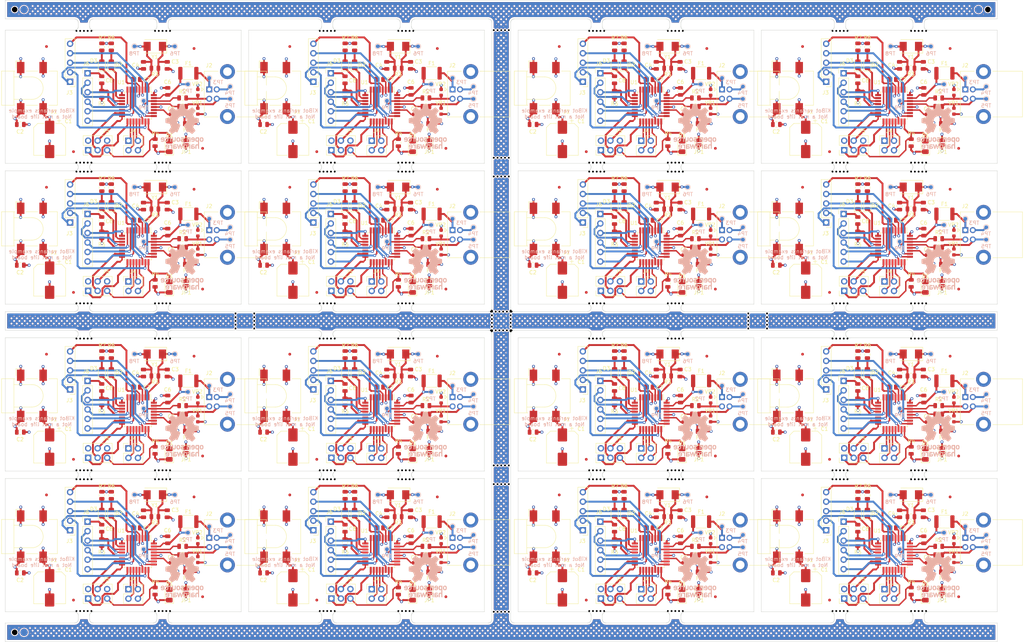
<source format=kicad_pcb>
(kicad_pcb
	(version 20240108)
	(generator "pcbnew")
	(generator_version "8.0")
	(general
		(thickness 1.6)
		(legacy_teardrops no)
	)
	(paper "A0")
	(title_block
		(title "Arduino UNO programmer (Panel)")
		(date "${date}")
		(rev "${git_hash}")
		(company "Instituto Nacional de Tecnología Industrial")
		(comment 4 "An example of KiBot variants")
	)
	(layers
		(0 "F.Cu" signal)
		(1 "In1.Cu" signal "GND.Cu")
		(2 "In2.Cu" signal "Power.Cu")
		(31 "B.Cu" signal)
		(32 "B.Adhes" user "B.Adhesive")
		(33 "F.Adhes" user "F.Adhesive")
		(34 "B.Paste" user)
		(35 "F.Paste" user)
		(36 "B.SilkS" user "B.Silkscreen")
		(37 "F.SilkS" user "F.Silkscreen")
		(38 "B.Mask" user)
		(39 "F.Mask" user)
		(40 "Dwgs.User" user "User.Drawings")
		(41 "Cmts.User" user "User.Comments")
		(42 "Eco1.User" user "User.Eco1")
		(43 "Eco2.User" user "User.Eco2")
		(44 "Edge.Cuts" user)
		(45 "Margin" user)
		(46 "B.CrtYd" user "B.Courtyard")
		(47 "F.CrtYd" user "F.Courtyard")
		(48 "B.Fab" user)
		(49 "F.Fab" user)
	)
	(setup
		(pad_to_mask_clearance 0.05)
		(allow_soldermask_bridges_in_footprints no)
		(aux_axis_origin 466.5 20)
		(grid_origin 466.5 20)
		(pcbplotparams
			(layerselection 0x00010fc_ffffffff)
			(plot_on_all_layers_selection 0x0000000_00000000)
			(disableapertmacros no)
			(usegerberextensions no)
			(usegerberattributes yes)
			(usegerberadvancedattributes yes)
			(creategerberjobfile yes)
			(dashed_line_dash_ratio 12.000000)
			(dashed_line_gap_ratio 3.000000)
			(svgprecision 4)
			(plotframeref no)
			(viasonmask no)
			(mode 1)
			(useauxorigin no)
			(hpglpennumber 1)
			(hpglpenspeed 20)
			(hpglpendiameter 15.000000)
			(pdf_front_fp_property_popups yes)
			(pdf_back_fp_property_popups yes)
			(dxfpolygonmode yes)
			(dxfimperialunits yes)
			(dxfusepcbnewfont yes)
			(psnegative no)
			(psa4output no)
			(plotreference yes)
			(plotvalue yes)
			(plotfptext yes)
			(plotinvisibletext no)
			(sketchpadsonfab no)
			(subtractmaskfromsilk no)
			(outputformat 1)
			(mirror no)
			(drillshape 1)
			(scaleselection 1)
			(outputdirectory "")
		)
	)
	(property "date" "Today")
	(property "git_hash" "WIP")
	(net 0 "")
	(net 1 "Board_0-+5V")
	(net 2 "Board_0-/DTR")
	(net 3 "Board_0-/MISO2")
	(net 4 "Board_0-/MOSI2")
	(net 5 "Board_0-/RESET2")
	(net 6 "Board_0-/RXLED")
	(net 7 "Board_0-/SCK2")
	(net 8 "Board_0-/TXLED")
	(net 9 "Board_0-Earth")
	(net 10 "Board_0-GND")
	(net 11 "Board_0-Net-(D2-A)")
	(net 12 "Board_0-Net-(D3-A)")
	(net 13 "Board_0-Net-(J2-D+)")
	(net 14 "Board_0-Net-(J2-D-)")
	(net 15 "Board_0-Net-(J2-Shield)")
	(net 16 "Board_0-Net-(J2-VBUS)")
	(net 17 "Board_0-Net-(J3-Pin_1)")
	(net 18 "Board_0-Net-(J3-Pin_2)")
	(net 19 "Board_0-Net-(J3-Pin_3)")
	(net 20 "Board_0-Net-(J3-Pin_4)")
	(net 21 "Board_0-Net-(J3-Pin_5)")
	(net 22 "Board_0-Net-(J4-Pin_1)")
	(net 23 "Board_0-Net-(J4-Pin_2)")
	(net 24 "Board_0-Net-(J4-Pin_3)")
	(net 25 "Board_0-Net-(J4-Pin_4)")
	(net 26 "Board_0-Net-(J6-Pin_1)")
	(net 27 "Board_0-Net-(J6-Pin_2)")
	(net 28 "Board_0-Net-(J6-Pin_3)")
	(net 29 "Board_0-Net-(J6-Pin_4)")
	(net 30 "Board_0-Net-(J6-Pin_5)")
	(net 31 "Board_0-Net-(J6-Pin_6)")
	(net 32 "Board_0-Net-(U1-D+)")
	(net 33 "Board_0-Net-(U1-D-)")
	(net 34 "Board_0-Net-(U1-PC0{slash}XTAL2)")
	(net 35 "Board_0-Net-(U1-UCAP)")
	(net 36 "Board_0-Net-(U1-XTAL1)")
	(net 37 "Board_0-VBUS")
	(net 38 "Board_0-unconnected-(U1-PB0-Pad14)")
	(net 39 "Board_1-+5V")
	(net 40 "Board_1-/DTR")
	(net 41 "Board_1-/MISO2")
	(net 42 "Board_1-/MOSI2")
	(net 43 "Board_1-/RESET2")
	(net 44 "Board_1-/RXLED")
	(net 45 "Board_1-/SCK2")
	(net 46 "Board_1-/TXLED")
	(net 47 "Board_1-Earth")
	(net 48 "Board_1-GND")
	(net 49 "Board_1-Net-(D2-A)")
	(net 50 "Board_1-Net-(D3-A)")
	(net 51 "Board_1-Net-(J2-D+)")
	(net 52 "Board_1-Net-(J2-D-)")
	(net 53 "Board_1-Net-(J2-Shield)")
	(net 54 "Board_1-Net-(J2-VBUS)")
	(net 55 "Board_1-Net-(J3-Pin_1)")
	(net 56 "Board_1-Net-(J3-Pin_2)")
	(net 57 "Board_1-Net-(J3-Pin_3)")
	(net 58 "Board_1-Net-(J3-Pin_4)")
	(net 59 "Board_1-Net-(J3-Pin_5)")
	(net 60 "Board_1-Net-(J4-Pin_1)")
	(net 61 "Board_1-Net-(J4-Pin_2)")
	(net 62 "Board_1-Net-(J4-Pin_3)")
	(net 63 "Board_1-Net-(J4-Pin_4)")
	(net 64 "Board_1-Net-(J6-Pin_1)")
	(net 65 "Board_1-Net-(J6-Pin_2)")
	(net 66 "Board_1-Net-(J6-Pin_3)")
	(net 67 "Board_1-Net-(J6-Pin_4)")
	(net 68 "Board_1-Net-(J6-Pin_5)")
	(net 69 "Board_1-Net-(J6-Pin_6)")
	(net 70 "Board_1-Net-(U1-D+)")
	(net 71 "Board_1-Net-(U1-D-)")
	(net 72 "Board_1-Net-(U1-PC0{slash}XTAL2)")
	(net 73 "Board_1-Net-(U1-UCAP)")
	(net 74 "Board_1-Net-(U1-XTAL1)")
	(net 75 "Board_1-VBUS")
	(net 76 "Board_1-unconnected-(U1-PB0-Pad14)")
	(net 77 "Board_2-+5V")
	(net 78 "Board_2-/DTR")
	(net 79 "Board_2-/MISO2")
	(net 80 "Board_2-/MOSI2")
	(net 81 "Board_2-/RESET2")
	(net 82 "Board_2-/RXLED")
	(net 83 "Board_2-/SCK2")
	(net 84 "Board_2-/TXLED")
	(net 85 "Board_2-Earth")
	(net 86 "Board_2-GND")
	(net 87 "Board_2-Net-(D2-A)")
	(net 88 "Board_2-Net-(D3-A)")
	(net 89 "Board_2-Net-(J2-D+)")
	(net 90 "Board_2-Net-(J2-D-)")
	(net 91 "Board_2-Net-(J2-Shield)")
	(net 92 "Board_2-Net-(J2-VBUS)")
	(net 93 "Board_2-Net-(J3-Pin_1)")
	(net 94 "Board_2-Net-(J3-Pin_2)")
	(net 95 "Board_2-Net-(J3-Pin_3)")
	(net 96 "Board_2-Net-(J3-Pin_4)")
	(net 97 "Board_2-Net-(J3-Pin_5)")
	(net 98 "Board_2-Net-(J4-Pin_1)")
	(net 99 "Board_2-Net-(J4-Pin_2)")
	(net 100 "Board_2-Net-(J4-Pin_3)")
	(net 101 "Board_2-Net-(J4-Pin_4)")
	(net 102 "Board_2-Net-(J6-Pin_1)")
	(net 103 "Board_2-Net-(J6-Pin_2)")
	(net 104 "Board_2-Net-(J6-Pin_3)")
	(net 105 "Board_2-Net-(J6-Pin_4)")
	(net 106 "Board_2-Net-(J6-Pin_5)")
	(net 107 "Board_2-Net-(J6-Pin_6)")
	(net 108 "Board_2-Net-(U1-D+)")
	(net 109 "Board_2-Net-(U1-D-)")
	(net 110 "Board_2-Net-(U1-PC0{slash}XTAL2)")
	(net 111 "Board_2-Net-(U1-UCAP)")
	(net 112 "Board_2-Net-(U1-XTAL1)")
	(net 113 "Board_2-VBUS")
	(net 114 "Board_2-unconnected-(U1-PB0-Pad14)")
	(net 115 "Board_3-+5V")
	(net 116 "Board_3-/DTR")
	(net 117 "Board_3-/MISO2")
	(net 118 "Board_3-/MOSI2")
	(net 119 "Board_3-/RESET2")
	(net 120 "Board_3-/RXLED")
	(net 121 "Board_3-/SCK2")
	(net 122 "Board_3-/TXLED")
	(net 123 "Board_3-Earth")
	(net 124 "Board_3-GND")
	(net 125 "Board_3-Net-(D2-A)")
	(net 126 "Board_3-Net-(D3-A)")
	(net 127 "Board_3-Net-(J2-D+)")
	(net 128 "Board_3-Net-(J2-D-)")
	(net 129 "Board_3-Net-(J2-Shield)")
	(net 130 "Board_3-Net-(J2-VBUS)")
	(net 131 "Board_3-Net-(J3-Pin_1)")
	(net 132 "Board_3-Net-(J3-Pin_2)")
	(net 133 "Board_3-Net-(J3-Pin_3)")
	(net 134 "Board_3-Net-(J3-Pin_4)")
	(net 135 "Board_3-Net-(J3-Pin_5)")
	(net 136 "Board_3-Net-(J4-Pin_1)")
	(net 137 "Board_3-Net-(J4-Pin_2)")
	(net 138 "Board_3-Net-(J4-Pin_3)")
	(net 139 "Board_3-Net-(J4-Pin_4)")
	(net 140 "Board_3-Net-(J6-Pin_1)")
	(net 141 "Board_3-Net-(J6-Pin_2)")
	(net 142 "Board_3-Net-(J6-Pin_3)")
	(net 143 "Board_3-Net-(J6-Pin_4)")
	(net 144 "Board_3-Net-(J6-Pin_5)")
	(net 145 "Board_3-Net-(J6-Pin_6)")
	(net 146 "Board_3-Net-(U1-D+)")
	(net 147 "Board_3-Net-(U1-D-)")
	(net 148 "Board_3-Net-(U1-PC0{slash}XTAL2)")
	(net 149 "Board_3-Net-(U1-UCAP)")
	(net 150 "Board_3-Net-(U1-XTAL1)")
	(net 151 "Board_3-VBUS")
	(net 152 "Board_3-unconnected-(U1-PB0-Pad14)")
	(net 153 "Board_4-+5V")
	(net 154 "Board_4-/DTR")
	(net 155 "Board_4-/MISO2")
	(net 156 "Board_4-/MOSI2")
	(net 157 "Board_4-/RESET2")
	(net 158 "Board_4-/RXLED")
	(net 159 "Board_4-/SCK2")
	(net 160 "Board_4-/TXLED")
	(net 161 "Board_4-Earth")
	(net 162 "Board_4-GND")
	(net 163 "Board_4-Net-(D2-A)")
	(net 164 "Board_4-Net-(D3-A)")
	(net 165 "Board_4-Net-(J2-D+)")
	(net 166 "Board_4-Net-(J2-D-)")
	(net 167 "Board_4-Net-(J2-Shield)")
	(net 168 "Board_4-Net-(J2-VBUS)")
	(net 169 "Board_4-Net-(J3-Pin_1)")
	(net 170 "Board_4-Net-(J3-Pin_2)")
	(net 171 "Board_4-Net-(J3-Pin_3)")
	(net 172 "Board_4-Net-(J3-Pin_4)")
	(net 173 "Board_4-Net-(J3-Pin_5)")
	(net 174 "Board_4-Net-(J4-Pin_1)")
	(net 175 "Board_4-Net-(J4-Pin_2)")
	(net 176 "Board_4-Net-(J4-Pin_3)")
	(net 177 "Board_4-Net-(J4-Pin_4)")
	(net 178 "Board_4-Net-(J6-Pin_1)")
	(net 179 "Board_4-Net-(J6-Pin_2)")
	(net 180 "Board_4-Net-(J6-Pin_3)")
	(net 181 "Board_4-Net-(J6-Pin_4)")
	(net 182 "Board_4-Net-(J6-Pin_5)")
	(net 183 "Board_4-Net-(J6-Pin_6)")
	(net 184 "Board_4-Net-(U1-D+)")
	(net 185 "Board_4-Net-(U1-D-)")
	(net 186 "Board_4-Net-(U1-PC0{slash}XTAL2)")
	(net 187 "Board_4-Net-(U1-UCAP)")
	(net 188 "Board_4-Net-(U1-XTAL1)")
	(net 189 "Board_4-VBUS")
	(net 190 "Board_4-unconnected-(U1-PB0-Pad14)")
	(net 191 "Board_5-+5V")
	(net 192 "Board_5-/DTR")
	(net 193 "Board_5-/MISO2")
	(net 194 "Board_5-/MOSI2")
	(net 195 "Board_5-/RESET2")
	(net 196 "Board_5-/RXLED")
	(net 197 "Board_5-/SCK2")
	(net 198 "Board_5-/TXLED")
	(net 199 "Board_5-Earth")
	(net 200 "Board_5-GND")
	(net 201 "Board_5-Net-(D2-A)")
	(net 202 "Board_5-Net-(D3-A)")
	(net 203 "Board_5-Net-(J2-D+)")
	(net 204 "Board_5-Net-(J2-D-)")
	(net 205 "Board_5-Net-(J2-Shield)")
	(net 206 "Board_5-Net-(J2-VBUS)")
	(net 207 "Board_5-Net-(J3-Pin_1)")
	(net 208 "Board_5-Net-(J3-Pin_2)")
	(net 209 "Board_5-Net-(J3-Pin_3)")
	(net 210 "Board_5-Net-(J3-Pin_4)")
	(net 211 "Board_5-Net-(J3-Pin_5)")
	(net 212 "Board_5-Net-(J4-Pin_1)")
	(net 213 "Board_5-Net-(J4-Pin_2)")
	(net 214 "Board_5-Net-(J4-Pin_3)")
	(net 215 "Board_5-Net-(J4-Pin_4)")
	(net 216 "Board_5-Net-(J6-Pin_1)")
	(net 217 "Board_5-Net-(J6-Pin_2)")
	(net 218 "Board_5-Net-(J6-Pin_3)")
	(net 219 "Board_5-Net-(J6-Pin_4)")
	(net 220 "Board_5-Net-(J6-Pin_5)")
	(net 221 "Board_5-Net-(J6-Pin_6)")
	(net 222 "Board_5-Net-(U1-D+)")
	(net 223 "Board_5-Net-(U1-D-)")
	(net 224 "Board_5-Net-(U1-PC0{slash}XTAL2)")
	(net 225 "Board_5-Net-(U1-UCAP)")
	(net 226 "Board_5-Net-(U1-XTAL1)")
	(net 227 "Board_5-VBUS")
	(net 228 "Board_5-unconnected-(U1-PB0-Pad14)")
	(net 229 "Board_6-+5V")
	(net 230 "Board_6-/DTR")
	(net 231 "Board_6-/MISO2")
	(net 232 "Board_6-/MOSI2")
	(net 233 "Board_6-/RESET2")
	(net 234 "Board_6-/RXLED")
	(net 235 "Board_6-/SCK2")
	(net 236 "Board_6-/TXLED")
	(net 237 "Board_6-Earth")
	(net 238 "Board_6-GND")
	(net 239 "Board_6-Net-(D2-A)")
	(net 240 "Board_6-Net-(D3-A)")
	(net 241 "Board_6-Net-(J2-D+)")
	(net 242 "Board_6-Net-(J2-D-)")
	(net 243 "Board_6-Net-(J2-Shield)")
	(net 244 "Board_6-Net-(J2-VBUS)")
	(net 245 "Board_6-Net-(J3-Pin_1)")
	(net 246 "Board_6-Net-(J3-Pin_2)")
	(net 247 "Board_6-Net-(J3-Pin_3)")
	(net 248 "Board_6-Net-(J3-Pin_4)")
	(net 249 "Board_6-Net-(J3-Pin_5)")
	(net 250 "Board_6-Net-(J4-Pin_1)")
	(net 251 "Board_6-Net-(J4-Pin_2)")
	(net 252 "Board_6-Net-(J4-Pin_3)")
	(net 253 "Board_6-Net-(J4-Pin_4)")
	(net 254 "Board_6-Net-(J6-Pin_1)")
	(net 255 "Board_6-Net-(J6-Pin_2)")
	(net 256 "Board_6-Net-(J6-Pin_3)")
	(net 257 "Board_6-Net-(J6-Pin_4)")
	(net 258 "Board_6-Net-(J6-Pin_5)")
	(net 259 "Board_6-Net-(J6-Pin_6)")
	(net 260 "Board_6-Net-(U1-D+)")
	(net 261 "Board_6-Net-(U1-D-)")
	(net 262 "Board_6-Net-(U1-PC0{slash}XTAL2)")
	(net 263 "Board_6-Net-(U1-UCAP)")
	(net 264 "Board_6-Net-(U1-XTAL1)")
	(net 265 "Board_6-VBUS")
	(net 266 "Board_6-unconnected-(U1-PB0-Pad14)")
	(net 267 "Board_7-+5V")
	(net 268 "Board_7-/DTR")
	(net 269 "Board_7-/MISO2")
	(net 270 "Board_7-/MOSI2")
	(net 271 "Board_7-/RESET2")
	(net 272 "Board_7-/RXLED")
	(net 273 "Board_7-/SCK2")
	(net 274 "Board_7-/TXLED")
	(net 275 "Board_7-Earth")
	(net 276 "Board_7-GND")
	(net 277 "Board_7-Net-(D2-A)")
	(net 278 "Board_7-Net-(D3-A)")
	(net 279 "Board_7-Net-(J2-D+)")
	(net 280 "Board_7-Net-(J2-D-)")
	(net 281 "Board_7-Net-(J2-Shield)")
	(net 282 "Board_7-Net-(J2-VBUS)")
	(net 283 "Board_7-Net-(J3-Pin_1)")
	(net 284 "Board_7-Net-(J3-Pin_2)")
	(net 285 "Board_7-Net-(J3-Pin_3)")
	(net 286 "Board_7-Net-(J3-Pin_4)")
	(net 287 "Board_7-Net-(J3-Pin_5)")
	(net 288 "Board_7-Net-(J4-Pin_1)")
	(net 289 "Board_7-Net-(J4-Pin_2)")
	(net 290 "Board_7-Net-(J4-Pin_3)")
	(net 291 "Board_7-Net-(J4-Pin_4)")
	(net 292 "Board_7-Net-(J6-Pin_1)")
	(net 293 "Board_7-Net-(J6-Pin_2)")
	(net 294 "Board_7-Net-(J6-Pin_3)")
	(net 295 "Board_7-Net-(J6-Pin_4)")
	(net 296 "Board_7-Net-(J6-Pin_5)")
	(net 297 "Board_7-Net-(J6-Pin_6)")
	(net 298 "Board_7-Net-(U1-D+)")
	(net 299 "Board_7-Net-(U1-D-)")
	(net 300 "Board_7-Net-(U1-PC0{slash}XTAL2)")
	(net 301 "Board_7-Net-(U1-UCAP)")
	(net 302 "Board_7-Net-(U1-XTAL1)")
	(net 303 "Board_7-VBUS")
	(net 304 "Board_7-unconnected-(U1-PB0-Pad14)")
	(net 305 "Board_8-+5V")
	(net 306 "Board_8-/DTR")
	(net 307 "Board_8-/MISO2")
	(net 308 "Board_8-/MOSI2")
	(net 309 "Board_8-/RESET2")
	(net 310 "Board_8-/RXLED")
	(net 311 "Board_8-/SCK2")
	(net 312 "Board_8-/TXLED")
	(net 313 "Board_8-Earth")
	(net 314 "Board_8-GND")
	(net 315 "Board_8-Net-(D2-A)")
	(net 316 "Board_8-Net-(D3-A)")
	(net 317 "Board_8-Net-(J2-D+)")
	(net 318 "Board_8-Net-(J2-D-)")
	(net 319 "Board_8-Net-(J2-Shield)")
	(net 320 "Board_8-Net-(J2-VBUS)")
	(net 321 "Board_8-Net-(J3-Pin_1)")
	(net 322 "Board_8-Net-(J3-Pin_2)")
	(net 323 "Board_8-Net-(J3-Pin_3)")
	(net 324 "Board_8-Net-(J3-Pin_4)")
	(net 325 "Board_8-Net-(J3-Pin_5)")
	(net 326 "Board_8-Net-(J4-Pin_1)")
	(net 327 "Board_8-Net-(J4-Pin_2)")
	(net 328 "Board_8-Net-(J4-Pin_3)")
	(net 329 "Board_8-Net-(J4-Pin_4)")
	(net 330 "Board_8-Net-(J6-Pin_1)")
	(net 331 "Board_8-Net-(J6-Pin_2)")
	(net 332 "Board_8-Net-(J6-Pin_3)")
	(net 333 "Board_8-Net-(J6-Pin_4)")
	(net 334 "Board_8-Net-(J6-Pin_5)")
	(net 335 "Board_8-Net-(J6-Pin_6)")
	(net 336 "Board_8-Net-(U1-D+)")
	(net 337 "Board_8-Net-(U1-D-)")
	(net 338 "Board_8-Net-(U1-PC0{slash}XTAL2)")
	(net 339 "Board_8-Net-(U1-UCAP)")
	(net 340 "Board_8-Net-(U1-XTAL1)")
	(net 341 "Board_8-VBUS")
	(net 342 "Board_8-unconnected-(U1-PB0-Pad14)")
	(net 343 "Board_9-+5V")
	(net 344 "Board_9-/DTR")
	(net 345 "Board_9-/MISO2")
	(net 346 "Board_9-/MOSI2")
	(net 347 "Board_9-/RESET2")
	(net 348 "Board_9-/RXLED")
	(net 349 "Board_9-/SCK2")
	(net 350 "Board_9-/TXLED")
	(net 351 "Board_9-Earth")
	(net 352 "Board_9-GND")
	(net 353 "Board_9-Net-(D2-A)")
	(net 354 "Board_9-Net-(D3-A)")
	(net 355 "Board_9-Net-(J2-D+)")
	(net 356 "Board_9-Net-(J2-D-)")
	(net 357 "Board_9-Net-(J2-Shield)")
	(net 358 "Board_9-Net-(J2-VBUS)")
	(net 359 "Board_9-Net-(J3-Pin_1)")
	(net 360 "Board_9-Net-(J3-Pin_2)")
	(net 361 "Board_9-Net-(J3-Pin_3)")
	(net 362 "Board_9-Net-(J3-Pin_4)")
	(net 363 "Board_9-Net-(J3-Pin_5)")
	(net 364 "Board_9-Net-(J4-Pin_1)")
	(net 365 "Board_9-Net-(J4-Pin_2)")
	(net 366 "Board_9-Net-(J4-Pin_3)")
	(net 367 "Board_9-Net-(J4-Pin_4)")
	(net 368 "Board_9-Net-(J6-Pin_1)")
	(net 369 "Board_9-Net-(J6-Pin_2)")
	(net 370 "Board_9-Net-(J6-Pin_3)")
	(net 371 "Board_9-Net-(J6-Pin_4)")
	(net 372 "Board_9-Net-(J6-Pin_5)")
	(net 373 "Board_9-Net-(J6-Pin_6)")
	(net 374 "Board_9-Net-(U1-D+)")
	(net 375 "Board_9-Net-(U1-D-)")
	(net 376 "Board_9-Net-(U1-PC0{slash}XTAL2)")
	(net 377 "Board_9-Net-(U1-UCAP)")
	(net 378 "Board_9-Net-(U1-XTAL1)")
	(net 379 "Board_9-VBUS")
	(net 380 "Board_9-unconnected-(U1-PB0-Pad14)")
	(net 381 "Board_10-+5V")
	(net 382 "Board_10-/DTR")
	(net 383 "Board_10-/MISO2")
	(net 384 "Board_10-/MOSI2")
	(net 385 "Board_10-/RESET2")
	(net 386 "Board_10-/RXLED")
	(net 387 "Board_10-/SCK2")
	(net 388 "Board_10-/TXLED")
	(net 389 "Board_10-Earth")
	(net 390 "Board_10-GND")
	(net 391 "Board_10-Net-(D2-A)")
	(net 392 "Board_10-Net-(D3-A)")
	(net 393 "Board_10-Net-(J2-D+)")
	(net 394 "Board_10-Net-(J2-D-)")
	(net 395 "Board_10-Net-(J2-Shield)")
	(net 396 "Board_10-Net-(J2-VBUS)")
	(net 397 "Board_10-Net-(J3-Pin_1)")
	(net 398 "Board_10-Net-(J3-Pin_2)")
	(net 399 "Board_10-Net-(J3-Pin_3)")
	(net 400 "Board_10-Net-(J3-Pin_4)")
	(net 401 "Board_10-Net-(J3-Pin_5)")
	(net 402 "Board_10-Net-(J4-Pin_1)")
	(net 403 "Board_10-Net-(J4-Pin_2)")
	(net 404 "Board_10-Net-(J4-Pin_3)")
	(net 405 "Board_10-Net-(J4-Pin_4)")
	(net 406 "Board_10-Net-(J6-Pin_1)")
	(net 407 "Board_10-Net-(J6-Pin_2)")
	(net 408 "Board_10-Net-(J6-Pin_3)")
	(net 409 "Board_10-Net-(J6-Pin_4)")
	(net 410 "Board_10-Net-(J6-Pin_5)")
	(net 411 "Board_10-Net-(J6-Pin_6)")
	(net 412 "Board_10-Net-(U1-D+)")
	(net 413 "Board_10-Net-(U1-D-)")
	(net 414 "Board_10-Net-(U1-PC0{slash}XTAL2)")
	(net 415 "Board_10-Net-(U1-UCAP)")
	(net 416 "Board_10-Net-(U1-XTAL1)")
	(net 417 "Board_10-VBUS")
	(net 418 "Board_10-unconnected-(U1-PB0-Pad14)")
	(net 419 "Board_11-+5V")
	(net 420 "Board_11-/DTR")
	(net 421 "Board_11-/MISO2")
	(net 422 "Board_11-/MOSI2")
	(net 423 "Board_11-/RESET2")
	(net 424 "Board_11-/RXLED")
	(net 425 "Board_11-/SCK2")
	(net 426 "Board_11-/TXLED")
	(net 427 "Board_11-Earth")
	(net 428 "Board_11-GND")
	(net 429 "Board_11-Net-(D2-A)")
	(net 430 "Board_11-Net-(D3-A)")
	(net 431 "Board_11-Net-(J2-D+)")
	(net 432 "Board_11-Net-(J2-D-)")
	(net 433 "Board_11-Net-(J2-Shield)")
	(net 434 "Board_11-Net-(J2-VBUS)")
	(net 435 "Board_11-Net-(J3-Pin_1)")
	(net 436 "Board_11-Net-(J3-Pin_2)")
	(net 437 "Board_11-Net-(J3-Pin_3)")
	(net 438 "Board_11-Net-(J3-Pin_4)")
	(net 439 "Board_11-Net-(J3-Pin_5)")
	(net 440 "Board_11-Net-(J4-Pin_1)")
	(net 441 "Board_11-Net-(J4-Pin_2)")
	(net 442 "Board_11-Net-(J4-Pin_3)")
	(net 443 "Board_11-Net-(J4-Pin_4)")
	(net 444 "Board_11-Net-(J6-Pin_1)")
	(net 445 "Board_11-Net-(J6-Pin_2)")
	(net 446 "Board_11-Net-(J6-Pin_3)")
	(net 447 "Board_11-Net-(J6-Pin_4)")
	(net 448 "Board_11-Net-(J6-Pin_5)")
	(net 449 "Board_11-Net-(J6-Pin_6)")
	(net 450 "Board_11-Net-(U1-D+)")
	(net 451 "Board_11-Net-(U1-D-)")
	(net 452 "Board_11-Net-(U1-PC0{slash}XTAL2)")
	(net 453 "Board_11-Net-(U1-UCAP)")
	(net 454 "Board_11-Net-(U1-XTAL1)")
	(net 455 "Board_11-VBUS")
	(net 456 "Board_11-unconnected-(U1-PB0-Pad14)")
	(net 457 "Board_12-+5V")
	(net 458 "Board_12-/DTR")
	(net 459 "Board_12-/MISO2")
	(net 460 "Board_12-/MOSI2")
	(net 461 "Board_12-/RESET2")
	(net 462 "Board_12-/RXLED")
	(net 463 "Board_12-/SCK2")
	(net 464 "Board_12-/TXLED")
	(net 465 "Board_12-Earth")
	(net 466 "Board_12-GND")
	(net 467 "Board_12-Net-(D2-A)")
	(net 468 "Board_12-Net-(D3-A)")
	(net 469 "Board_12-Net-(J2-D+)")
	(net 470 "Board_12-Net-(J2-D-)")
	(net 471 "Board_12-Net-(J2-Shield)")
	(net 472 "Board_12-Net-(J2-VBUS)")
	(net 473 "Board_12-Net-(J3-Pin_1)")
	(net 474 "Board_12-Net-(J3-Pin_2)")
	(net 475 "Board_12-Net-(J3-Pin_3)")
	(net 476 "Board_12-Net-(J3-Pin_4)")
	(net 477 "Board_12-Net-(J3-Pin_5)")
	(net 478 "Board_12-Net-(J4-Pin_1)")
	(net 479 "Board_12-Net-(J4-Pin_2)")
	(net 480 "Board_12-Net-(J4-Pin_3)")
	(net 481 "Board_12-Net-(J4-Pin_4)")
	(net 482 "Board_12-Net-(J6-Pin_1)")
	(net 483 "Board_12-Net-(J6-Pin_2)")
	(net 484 "Board_12-Net-(J6-Pin_3)")
	(net 485 "Board_12-Net-(J6-Pin_4)")
	(net 486 "Board_12-Net-(J6-Pin_5)")
	(net 487 "Board_12-Net-(J6-Pin_6)")
	(net 488 "Board_12-Net-(U1-D+)")
	(net 489 "Board_12-Net-(U1-D-)")
	(net 490 "Board_12-Net-(U1-PC0{slash}XTAL2)")
	(net 491 "Board_12-Net-(U1-UCAP)")
	(net 492 "Board_12-Net-(U1-XTAL1)")
	(net 493 "Board_12-VBUS")
	(net 494 "Board_12-unconnected-(U1-PB0-Pad14)")
	(net 495 "Board_13-+5V")
	(net 496 "Board_13-/DTR")
	(net 497 "Board_13-/MISO2")
	(net 498 "Board_13-/MOSI2")
	(net 499 "Board_13-/RESET2")
	(net 500 "Board_13-/RXLED")
	(net 501 "Board_13-/SCK2")
	(net 502 "Board_13-/TXLED")
	(net 503 "Board_13-Earth")
	(net 504 "Board_13-GND")
	(net 505 "Board_13-Net-(D2-A)")
	(net 506 "Board_13-Net-(D3-A)")
	(net 507 "Board_13-Net-(J2-D+)")
	(net 508 "Board_13-Net-(J2-D-)")
	(net 509 "Board_13-Net-(J2-Shield)")
	(net 510 "Board_13-Net-(J2-VBUS)")
	(net 511 "Board_13-Net-(J3-Pin_1)")
	(net 512 "Board_13-Net-(J3-Pin_2)")
	(net 513 "Board_13-Net-(J3-Pin_3)")
	(net 514 "Board_13-Net-(J3-Pin_4)")
	(net 515 "Board_13-Net-(J3-Pin_5)")
	(net 516 "Board_13-Net-(J4-Pin_1)")
	(net 517 "Board_13-Net-(J4-Pin_2)")
	(net 518 "Board_13-Net-(J4-Pin_3)")
	(net 519 "Board_13-Net-(J4-Pin_4)")
	(net 520 "Board_13-Net-(J6-Pin_1)")
	(net 521 "Board_13-Net-(J6-Pin_2)")
	(net 522 "Board_13-Net-(J6-Pin_3)")
	(net 523 "Board_13-Net-(J6-Pin_4)")
	(net 524 "Board_13-Net-(J6-Pin_5)")
	(net 525 "Board_13-Net-(J6-Pin_6)")
	(net 526 "Board_13-Net-(U1-D+)")
	(net 527 "Board_13-Net-(U1-D-)")
	(net 528 "Board_13-Net-(U1-PC0{slash}XTAL2)")
	(net 529 "Board_13-Net-(U1-UCAP)")
	(net 530 "Board_13-Net-(U1-XTAL1)")
	(net 531 "Board_13-VBUS")
	(net 532 "Board_13-unconnected-(U1-PB0-Pad14)")
	(net 533 "Board_14-+5V")
	(net 534 "Board_14-/DTR")
	(net 535 "Board_14-/MISO2")
	(net 536 "Board_14-/MOSI2")
	(net 537 "Board_14-/RESET2")
	(net 538 "Board_14-/RXLED")
	(net 539 "Board_14-/SCK2")
	(net 540 "Board_14-/TXLED")
	(net 541 "Board_14-Earth")
	(net 542 "Board_14-GND")
	(net 543 "Board_14-Net-(D2-A)")
	(net 544 "Board_14-Net-(D3-A)")
	(net 545 "Board_14-Net-(J2-D+)")
	(net 546 "Board_14-Net-(J2-D-)")
	(net 547 "Board_14-Net-(J2-Shield)")
	(net 548 "Board_14-Net-(J2-VBUS)")
	(net 549 "Board_14-Net-(J3-Pin_1)")
	(net 550 "Board_14-Net-(J3-Pin_2)")
	(net 551 "Board_14-Net-(J3-Pin_3)")
	(net 552 "Board_14-Net-(J3-Pin_4)")
	(net 553 "Board_14-Net-(J3-Pin_5)")
	(net 554 "Board_14-Net-(J4-Pin_1)")
	(net 555 "Board_14-Net-(J4-Pin_2)")
	(net 556 "Board_14-Net-(J4-Pin_3)")
	(net 557 "Board_14-Net-(J4-Pin_4)")
	(net 558 "Board_14-Net-(J6-Pin_1)")
	(net 559 "Board_14-Net-(J6-Pin_2)")
	(net 560 "Board_14-Net-(J6-Pin_3)")
	(net 561 "Board_14-Net-(J6-Pin_4)")
	(net 562 "Board_14-Net-(J6-Pin_5)")
	(net 563 "Board_14-Net-(J6-Pin_6)")
	(net 564 "Board_14-Net-(U1-D+)")
	(net 565 "Board_14-Net-(U1-D-)")
	(net 566 "Board_14-Net-(U1-PC0{slash}XTAL2)")
	(net 567 "Board_14-Net-(U1-UCAP)")
	(net 568 "Board_14-Net-(U1-XTAL1)")
	(net 569 "Board_14-VBUS")
	(net 570 "Board_14-unconnected-(U1-PB0-Pad14)")
	(net 571 "Board_15-+5V")
	(net 572 "Board_15-/DTR")
	(net 573 "Board_15-/MISO2")
	(net 574 "Board_15-/MOSI2")
	(net 575 "Board_15-/RESET2")
	(net 576 "Board_15-/RXLED")
	(net 577 "Board_15-/SCK2")
	(net 578 "Board_15-/TXLED")
	(net 579 "Board_15-Earth")
	(net 580 "Board_15-GND")
	(net 581 "Board_15-Net-(D2-A)")
	(net 582 "Board_15-Net-(D3-A)")
	(net 583 "Board_15-Net-(J2-D+)")
	(net 584 "Board_15-Net-(J2-D-)")
	(net 585 "Board_15-Net-(J2-Shield)")
	(net 586 "Board_15-Net-(J2-VBUS)")
	(net 587 "Board_15-Net-(J3-Pin_1)")
	(net 588 "Board_15-Net-(J3-Pin_2)")
	(net 589 "Board_15-Net-(J3-Pin_3)")
	(net 590 "Board_15-Net-(J3-Pin_4)")
	(net 591 "Board_15-Net-(J3-Pin_5)")
	(net 592 "Board_15-Net-(J4-Pin_1)")
	(net 593 "Board_15-Net-(J4-Pin_2)")
	(net 594 "Board_15-Net-(J4-Pin_3)")
	(net 595 "Board_15-Net-(J4-Pin_4)")
	(net 596 "Board_15-Net-(J6-Pin_1)")
	(net 597 "Board_15-Net-(J6-Pin_2)")
	(net 598 "Board_15-Net-(J6-Pin_3)")
	(net 599 "Board_15-Net-(J6-Pin_4)")
	(net 600 "Board_15-Net-(J6-Pin_5)")
	(net 601 "Board_15-Net-(J6-Pin_6)")
	(net 602 "Board_15-Net-(U1-D+)")
	(net 603 "Board_15-Net-(U1-D-)")
	(net 604 "Board_15-Net-(U1-PC0{slash}XTAL2)")
	(net 605 "Board_15-Net-(U1-UCAP)")
	(net 606 "Board_15-Net-(U1-XTAL1)")
	(net 607 "Board_15-VBUS")
	(net 608 "Board_15-unconnected-(U1-PB0-Pad14)")
	(footprint "Diode_SMD:D_1206_3216Metric" (layer "F.Cu") (at 510.314 178.8745 90))
	(footprint "MountingHole:MountingHole_2.7mm_M2.5" (layer "F.Cu") (at 589.5 69.4005))
	(footprint "NPTH" (layer "F.Cu") (at 624.5 183.2005))
	(footprint "Capacitor_SMD:C_0805_2012Metric" (layer "F.Cu") (at 574.8822 81.9679 90))
	(footprint "NPTH" (layer "F.Cu") (at 689.5 148.0005))
	(footprint "Capacitor_SMD:C_0805_2012Metric" (layer "F.Cu") (at 646.8822 126.5679 90))
	(footprint "Resistor_SMD:R_0805_2012Metric" (layer "F.Cu") (at 513.87 168.2065))
	(footprint "NPTH" (layer "F.Cu") (at 644.5 63.4005))
	(footprint "Diode_SMD:D_1206_3216Metric" (layer "F.Cu") (at 647.314 141.2745 90))
	(footprint "NPTH" (layer "F.Cu") (at 687.5 28.2005))
	(footprint "NPTH" (layer "F.Cu") (at 670 107.7005))
	(footprint "NPTH" (layer "F.Cu") (at 508.5 148.0005))
	(footprint "Connector_PinHeader_2.54mm:PinHeader_1x06_P2.54mm_Vertical" (layer "F.Cu") (at 625.47 121.7165))
	(footprint "NPTH" (layer "F.Cu") (at 622.5 65.8005))
	(footprint "NPTH" (layer "F.Cu") (at 571.5 63.4005))
	(footprint "MountingHole:MountingHole_2.7mm_M2.5" (layer "F.Cu") (at 535.5 141.5005))
	(footprint "NPTH" (layer "F.Cu") (at 507.5 101.0005))
	(footprint "NPTH" (layer "F.Cu") (at 487.5 110.4005))
	(footprint "NPTH" (layer "F.Cu") (at 712.5 101.0005))
	(footprint "NPTH" (layer "F.Cu") (at 486.5 65.8005))
	(footprint "Resistor_SMD:R_0805_2012Metric" (layer "F.Cu") (at 571.458 157.9785 180))
	(footprint "Resistor_SMD:R_0805_2012Metric" (layer "F.Cu") (at 557.2546 127.3045 -90))
	(footprint "Capacitor_SMD:C_0805_2012Metric" (layer "F.Cu") (at 629.2546 41.2691 90))
	(footprint "Connector_BarrelJack:BarrelJack_CLIFF_FC681465S_SMT_Horizontal" (layer "F.Cu") (at 610.6 163.3005))
	(footprint "Fiducial:Fiducial_0.75mm_Mask1.5mm" (layer "F.Cu") (at 581.918 70.5125))
	(footprint "NPTH" (layer "F.Cu") (at 550.5 183.2005))
	(footprint "NPTH" (layer "F.Cu") (at 599 67.1005))
	(footprint "NPTH" (layer "F.Cu") (at 554.5 65.8005))
	(footprint "Resistor_SMD:R_0805_2012Metric" (layer "F.Cu") (at 557.28 152.2753 -90))
	(footprint "NPTH" (layer "F.Cu") (at 691.5 28.2005))
	(footprint "MountingHole:MountingHole_2.7mm_M2.5" (layer "F.Cu") (at 589.5 59.3005))
	(footprint "NPTH" (layer "F.Cu") (at 691.5 63.4005))
	(footprint "NPTH" (layer "F.Cu") (at 572.5 28.2005))
	(footprint "Connector_PinHeader_2.54mm:PinHeader_1x06_P2.54mm_Vertical" (layer "F.Cu") (at 690.47 77.1165))
	(footprint "Resistor_SMD:R_0805_2012Metric" (layer "F.Cu") (at 708.504 95.6585 90))
	(footprint "Capacitor_SMD:C_0805_2012Metric" (layer "F.Cu") (at 535.5 135.4005))
	(footprint "NPTH" (layer "F.Cu") (at 647.5 63.4005))
	(footprint "NPTH" (layer "F.Cu") (at 533 105.7005))
	(footprint "NPTH" (layer "F.Cu") (at 670 103.7005))
	(footprint "Capacitor_SMD:C_0805_2012Metric" (layer "F.Cu") (at 568.41 119.6165 -90))
	(footprint "Jumper:SolderJumper-2_P1.3mm_Open_RoundedPad1.0x1.5mm" (layer "F.Cu") (at 651.759 140.2839 -90))
	(footprint "Resistor_SMD:R_0805_2012Metric" (layer "F.Cu") (at 515.394 90.5785 180))
	(footprint "LED_SMD:LED_0805_2012Metric" (layer "F.Cu") (at 629.28 119.4505 90))
	(footprint "Resistor_SMD:R_0603_1608Metric" (layer "F.Cu") (at 719.934 49.651 -90))
	(footprint "LED_SMD:LED_0805_2012Metric" (layer "F.Cu") (at 494.82 74.8505 90))
	(footprint "NPTH" (layer "F.Cu") (at 506.5 183.2005))
	(footprint "NPTH" (layer "F.Cu") (at 533 104.7005))
	(footprint "MountingHole:MountingHole_2.7mm_M2.5" (layer "F.Cu") (at 589.5 141.5005))
	(footprint "MountingHole:MountingHole_2.7mm_M2.5" (layer "F.Cu") (at 524.5 141.5005))
	(footprint "Crystal:Crystal_SMD_Abracon_ABM3-2Pin_5.0x3.2mm" (layer "F.Cu") (at 571.4278 152.1283 180))
	(footprint "Capacitor_SMD:CP_Elec_8x10" (layer "F.Cu") (at 680.3354 176.9949 -90))
	(footprint "Resistor_SMD:R_0805_2012Metric" (layer "F.Cu") (at 494.82 70.0753 -90))
	(footprint "Connector_PinHeader_2.54mm:PinHeader_2x02_P2.54mm_Vertical"
		(layer "F.Cu")
		(uuid "09da741d-53c8-4ced-9d95-42099306b2d1")
		(at 499.392 139.7505)
		(descr "Through hole straight pin header, 2x02, 2.54mm pitch, double rows")
		(tags "Through hole pin header THT 2x02 2.54mm double row")
		(property "Reference" "J4"
			(at 1.2446 -2.6416 0)
			(unlocked yes)
			(layer "F.SilkS")
			(uuid "2fb1676b-c615-40d6-996b-0d4ba0f97760")
			(effects
				(font
					(size 1 1)
					(thickness 0.15)
				)
			)
		)
		(property "Value" "2x2M"
			(at 2.5908 5.1562 0)
			(unlocked yes)
			(layer "F.Fab")
			(uuid "90efe270-98bb-473d-8bf5-aac9a635a886")
			(effects
				(font
					(size 1 1)
					(thickness 0.15)
				)
			)
		)
		(property "Footprint" "Connector_PinHeader_2.54mm:PinHeader_2x02_P2.54mm_Vertical"
			(at 0 0 0)
			(unlocked yes)
			(layer "F.Fab")
			(hide yes)
			(uuid "4885f0b9-0d4f-4d7d-8741-24bb68d15426")
			(effects
				(font
					(size 1.27 1.27)
				)
			)
		)
		(property "Datasheet" ""
			(at 0 0 0)
			(unlocked yes)
			(layer "F.Fab")
			(hide yes)
			(uuid "c7b1e52c-046d-4c18-928d-42d8db88977a")
			(effects
				(font
					(size 1.27 1.27)
				)
			)
		)
		(property "Description" "Generic connector, double row, 02x02, odd/even pin numbering scheme (row 1 odd numbers, row 2 even numbers), script generated (kicad-library-utils/schlib/autogen/connector/)"
			(at 0 0 0)
			(unlocked yes)
			(layer "F.Fab")
			(hide yes)
			(uuid "a20e8253-fb03-402e-8ccb-375f9bba388a")
			(effects
				(font
					(size 1.27 1.27)
				)
			)
		)
		(property "MFN" "Harwin Inc."
			(at 0 0 0)
			(unlocked yes)
			(layer "F.Fab")
			(hide yes)
			(uuid "1c8d1800-61bc-4734-9b9b-ca6e23b92117")
			(effects
				(font
					(size 1 1)
					(thickness 0.15)
				)
			)
		)
		(property "MFP" "M20-9980246-ND"
			(at 0 0 0)
			(unlocked yes)
			(layer "F.Fab")
			(hide yes)
			(uuid "04c2b3ab-ee66-48a8-9243-f72f324cecbd")
			(effects
				(font
					(size 1 1)
					(thickness 0.15)
				)
			)
		)
		(property "Config" "DNF"
			(at 0 0 0)
			(unlocked yes)
			(layer "F.Fab")
			(hide yes)
			(uuid "4da78c8e-e1a6-4b14-91f2-e2115e3fae59")
			(effects
				(font
					(size 1 1)
					(thickness 0.15)
				)
			)
		)
		(property "desc" "Generic connector, double row, 02x02, odd/even pin numbering scheme (row 1 odd numbers, row 2 even numbers), script generated (kicad-library-utils/schlib/autogen/connector/)"
			(at -151.892 -95.25 0)
			(unlocked yes)
			(layer "F.Cu")
			(hide yes)
			(uuid "24cc1e66-0ac3-4c2c-b86b-42f8d7f2eec4")
			(effects
				(font
					(size 1.27 1.27)
					(thickness 0.15)
				)
			)
		)
		(property "part" "Conn_02x02_Odd_Even"
			(at -151.892 -95.25 0)
			(unlocked yes)
			(layer "F.Cu")
			(hide yes)
			(uuid "5b2c1d5f-9277-4bc1-89c6-e21b12935f5a")
			(effects
				(font
					(size 1.27 1.27)
					(thickness 0.15)
				)
			)
		)
		(path "/00000000-0000-0000-0000-00005f655b58")
		(attr through_hole)
		(fp_line
			(start -1.33 -1.33)
			(end 0 -1.33)
			(stroke
				(width 0.12)
				(type solid)
			)
			(layer "F.SilkS")
			(uuid "2f8f45f2-91ed-4fd7-828e-526c8e00ffe1")
		)
		(fp_line
			(start -1.33 0)
			(end -1.33 -1.33)
			(stroke
				(width 0.12)
				(type solid)
			)
			(layer "F.SilkS")
			(uuid "4ccb31cf-522b-49f0-a699-fb9a6629e0e7")
		)
		(fp_line
			(start -1.33 1.27)
			(end -1.33 3.87)
			(stroke
				(width 0.12)
				(type solid)
			)
			(layer "F.SilkS")
			(uuid "f42d373f-d6e9-41f2-9141-cbe466fb3389")
		)
		(fp_line
			(start -1.33 1.27)
			(end 1.27 1.27)
			(stroke
				(width 0.12)
				(type solid)
			)
			(layer "F.SilkS")
			(uuid "38597fc9-d6b8-4148-a0d8-551c8023eb73")
... [10986094 chars truncated]
</source>
